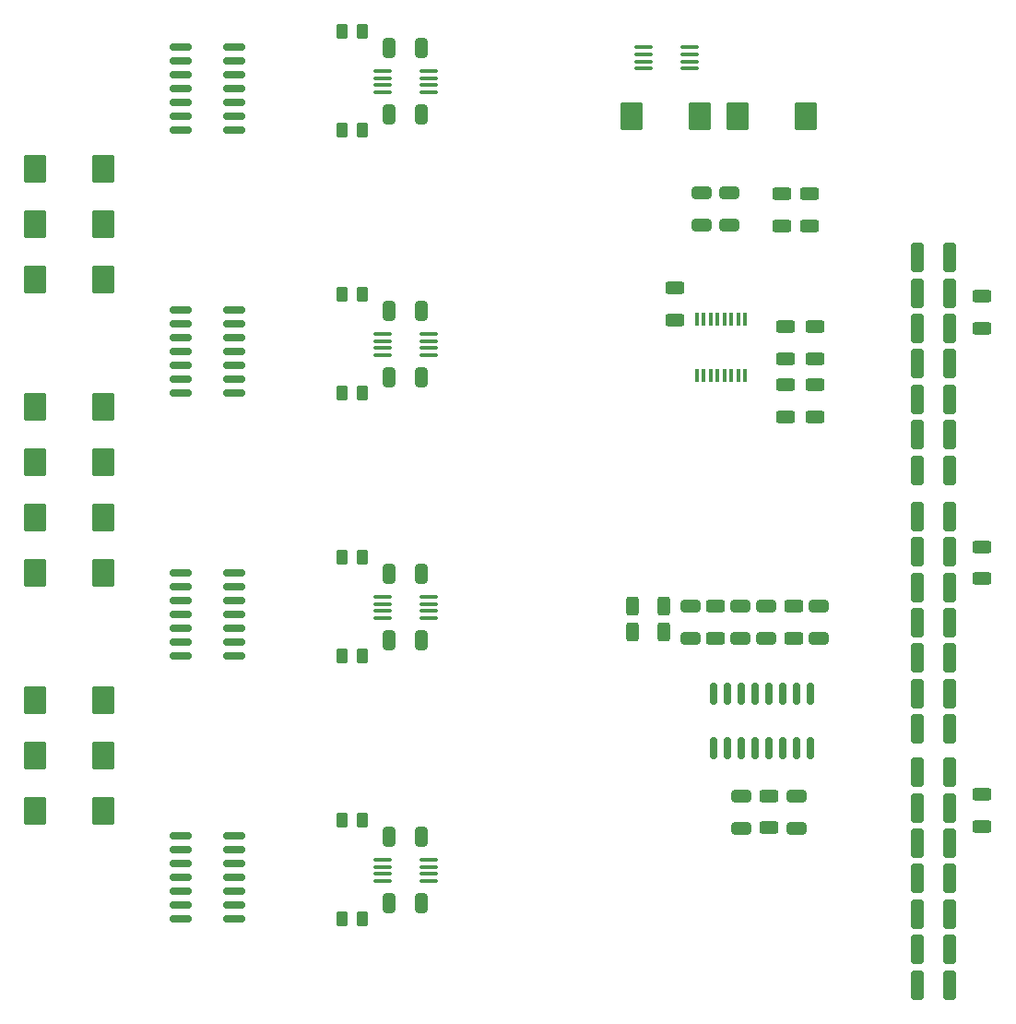
<source format=gbr>
G04 #@! TF.GenerationSoftware,KiCad,Pcbnew,7.0.1*
G04 #@! TF.CreationDate,2023-05-02T10:47:00+02:00*
G04 #@! TF.ProjectId,main,6d61696e-2e6b-4696-9361-645f70636258,rev?*
G04 #@! TF.SameCoordinates,Original*
G04 #@! TF.FileFunction,Paste,Top*
G04 #@! TF.FilePolarity,Positive*
%FSLAX46Y46*%
G04 Gerber Fmt 4.6, Leading zero omitted, Abs format (unit mm)*
G04 Created by KiCad (PCBNEW 7.0.1) date 2023-05-02 10:47:00*
%MOMM*%
%LPD*%
G01*
G04 APERTURE LIST*
G04 Aperture macros list*
%AMRoundRect*
0 Rectangle with rounded corners*
0 $1 Rounding radius*
0 $2 $3 $4 $5 $6 $7 $8 $9 X,Y pos of 4 corners*
0 Add a 4 corners polygon primitive as box body*
4,1,4,$2,$3,$4,$5,$6,$7,$8,$9,$2,$3,0*
0 Add four circle primitives for the rounded corners*
1,1,$1+$1,$2,$3*
1,1,$1+$1,$4,$5*
1,1,$1+$1,$6,$7*
1,1,$1+$1,$8,$9*
0 Add four rect primitives between the rounded corners*
20,1,$1+$1,$2,$3,$4,$5,0*
20,1,$1+$1,$4,$5,$6,$7,0*
20,1,$1+$1,$6,$7,$8,$9,0*
20,1,$1+$1,$8,$9,$2,$3,0*%
G04 Aperture macros list end*
%ADD10RoundRect,0.150000X-0.825000X-0.150000X0.825000X-0.150000X0.825000X0.150000X-0.825000X0.150000X0*%
%ADD11RoundRect,0.250000X-0.787500X-1.025000X0.787500X-1.025000X0.787500X1.025000X-0.787500X1.025000X0*%
%ADD12RoundRect,0.250000X-0.312500X-0.625000X0.312500X-0.625000X0.312500X0.625000X-0.312500X0.625000X0*%
%ADD13RoundRect,0.250000X0.625000X-0.312500X0.625000X0.312500X-0.625000X0.312500X-0.625000X-0.312500X0*%
%ADD14RoundRect,0.250000X-0.650000X0.325000X-0.650000X-0.325000X0.650000X-0.325000X0.650000X0.325000X0*%
%ADD15RoundRect,0.250000X0.325000X0.650000X-0.325000X0.650000X-0.325000X-0.650000X0.325000X-0.650000X0*%
%ADD16RoundRect,0.250000X0.650000X-0.325000X0.650000X0.325000X-0.650000X0.325000X-0.650000X-0.325000X0*%
%ADD17RoundRect,0.250000X0.325000X1.100000X-0.325000X1.100000X-0.325000X-1.100000X0.325000X-1.100000X0*%
%ADD18RoundRect,0.250000X0.262500X0.450000X-0.262500X0.450000X-0.262500X-0.450000X0.262500X-0.450000X0*%
%ADD19RoundRect,0.250000X-0.625000X0.312500X-0.625000X-0.312500X0.625000X-0.312500X0.625000X0.312500X0*%
%ADD20RoundRect,0.250000X0.312500X0.625000X-0.312500X0.625000X-0.312500X-0.625000X0.312500X-0.625000X0*%
%ADD21RoundRect,0.100000X-0.712500X-0.100000X0.712500X-0.100000X0.712500X0.100000X-0.712500X0.100000X0*%
%ADD22RoundRect,0.150000X0.150000X-0.825000X0.150000X0.825000X-0.150000X0.825000X-0.150000X-0.825000X0*%
%ADD23R,0.400000X1.200000*%
G04 APERTURE END LIST*
D10*
X53085000Y-78655000D03*
X53085000Y-79925000D03*
X53085000Y-81195000D03*
X53085000Y-82465000D03*
X53085000Y-83735000D03*
X53085000Y-85005000D03*
X53085000Y-86275000D03*
X58035000Y-86275000D03*
X58035000Y-85005000D03*
X58035000Y-83735000D03*
X58035000Y-82465000D03*
X58035000Y-81195000D03*
X58035000Y-79925000D03*
X58035000Y-78655000D03*
D11*
X94484500Y-60875000D03*
X100709500Y-60875000D03*
X104263500Y-60875000D03*
X110488500Y-60875000D03*
X39747500Y-65701000D03*
X45972500Y-65701000D03*
X39747500Y-70781000D03*
X45972500Y-70781000D03*
X39747500Y-75861000D03*
X45972500Y-75861000D03*
X39747500Y-87545000D03*
X45972500Y-87545000D03*
X39747500Y-92625000D03*
X45972500Y-92625000D03*
X39747500Y-97705000D03*
X45972500Y-97705000D03*
X39747500Y-102785000D03*
X45972500Y-102785000D03*
X39747500Y-114469000D03*
X45972500Y-114469000D03*
X39747500Y-119549000D03*
X45972500Y-119549000D03*
X39747500Y-124629000D03*
X45972500Y-124629000D03*
D12*
X94557500Y-108246000D03*
X97482500Y-108246000D03*
D13*
X102169000Y-108794100D03*
X102169000Y-105869100D03*
D14*
X109662000Y-123255600D03*
X109662000Y-126205600D03*
D10*
X53085000Y-54525000D03*
X53085000Y-55795000D03*
X53085000Y-57065000D03*
X53085000Y-58335000D03*
X53085000Y-59605000D03*
X53085000Y-60875000D03*
X53085000Y-62145000D03*
X58035000Y-62145000D03*
X58035000Y-60875000D03*
X58035000Y-59605000D03*
X58035000Y-58335000D03*
X58035000Y-57065000D03*
X58035000Y-55795000D03*
X58035000Y-54525000D03*
X53085000Y-102785000D03*
X53085000Y-104055000D03*
X53085000Y-105325000D03*
X53085000Y-106595000D03*
X53085000Y-107865000D03*
X53085000Y-109135000D03*
X53085000Y-110405000D03*
X58035000Y-110405000D03*
X58035000Y-109135000D03*
X58035000Y-107865000D03*
X58035000Y-106595000D03*
X58035000Y-105325000D03*
X58035000Y-104055000D03*
X58035000Y-102785000D03*
X53085000Y-126915000D03*
X53085000Y-128185000D03*
X53085000Y-129455000D03*
X53085000Y-130725000D03*
X53085000Y-131995000D03*
X53085000Y-133265000D03*
X53085000Y-134535000D03*
X58035000Y-134535000D03*
X58035000Y-133265000D03*
X58035000Y-131995000D03*
X58035000Y-130725000D03*
X58035000Y-129455000D03*
X58035000Y-128185000D03*
X58035000Y-126915000D03*
D15*
X75172000Y-54652000D03*
X72222000Y-54652000D03*
X75172000Y-60748000D03*
X72222000Y-60748000D03*
D16*
X100899000Y-70883000D03*
X100899000Y-67933000D03*
X99883000Y-108808000D03*
X99883000Y-105858000D03*
X103439000Y-70883000D03*
X103439000Y-67933000D03*
X104455000Y-108808000D03*
X104455000Y-105858000D03*
X111694000Y-108808000D03*
X111694000Y-105858000D03*
X106868000Y-108808000D03*
X106868000Y-105858000D03*
D14*
X104582000Y-123257000D03*
X104582000Y-126207000D03*
D17*
X123670000Y-97608000D03*
X120720000Y-97608000D03*
X123670000Y-100858000D03*
X120720000Y-100858000D03*
X123670000Y-104108000D03*
X120720000Y-104108000D03*
X123695000Y-107358000D03*
X120745000Y-107358000D03*
X123670000Y-110608000D03*
X120720000Y-110608000D03*
X123670000Y-113858000D03*
X120720000Y-113858000D03*
X123670000Y-117108000D03*
X120720000Y-117108000D03*
X123670000Y-73858000D03*
X120720000Y-73858000D03*
X123670000Y-77108000D03*
X120720000Y-77108000D03*
X123670000Y-80358000D03*
X120720000Y-80358000D03*
X123670000Y-83608000D03*
X120720000Y-83608000D03*
X123670000Y-121108000D03*
X120720000Y-121108000D03*
X123670000Y-124358000D03*
X120720000Y-124358000D03*
X123670000Y-127608000D03*
X120720000Y-127608000D03*
X123670000Y-134108000D03*
X120720000Y-134108000D03*
X123670000Y-86858000D03*
X120720000Y-86858000D03*
X123670000Y-90108000D03*
X120720000Y-90108000D03*
X123670000Y-93358000D03*
X120720000Y-93358000D03*
X123670000Y-130858000D03*
X120720000Y-130858000D03*
X123670000Y-140608000D03*
X120720000Y-140608000D03*
X123670000Y-137358000D03*
X120720000Y-137358000D03*
D15*
X75172000Y-78782000D03*
X72222000Y-78782000D03*
X75172000Y-84878000D03*
X72222000Y-84878000D03*
X75172000Y-102912000D03*
X72222000Y-102912000D03*
X75172000Y-109008000D03*
X72222000Y-109008000D03*
X75172000Y-127042000D03*
X72222000Y-127042000D03*
X75172000Y-133138000D03*
X72222000Y-133138000D03*
D18*
X69741500Y-53128000D03*
X67916500Y-53128000D03*
X69741500Y-62145000D03*
X67916500Y-62145000D03*
D13*
X111313000Y-88446500D03*
X111313000Y-85521500D03*
D19*
X108646000Y-85521500D03*
X108646000Y-88446500D03*
X108646000Y-80187500D03*
X108646000Y-83112500D03*
D13*
X111313000Y-83112500D03*
X111313000Y-80187500D03*
D19*
X110805000Y-67995500D03*
X110805000Y-70920500D03*
D20*
X97482500Y-105833000D03*
X94557500Y-105833000D03*
D13*
X108265000Y-70920500D03*
X108265000Y-67995500D03*
D19*
X98486000Y-76631500D03*
X98486000Y-79556500D03*
D13*
X109408000Y-108794100D03*
X109408000Y-105869100D03*
D19*
X107122000Y-123268100D03*
X107122000Y-126193100D03*
X126695000Y-100395500D03*
X126695000Y-103320500D03*
X126695000Y-123145500D03*
X126695000Y-126070500D03*
X126695000Y-77395500D03*
X126695000Y-80320500D03*
D18*
X69741500Y-77258000D03*
X67916500Y-77258000D03*
X69741500Y-86275000D03*
X67916500Y-86275000D03*
X69741500Y-101388000D03*
X67916500Y-101388000D03*
X69741500Y-110405000D03*
X67916500Y-110405000D03*
X69741500Y-125518000D03*
X67916500Y-125518000D03*
X69741500Y-134535000D03*
X67916500Y-134535000D03*
D21*
X71608500Y-56725000D03*
X71608500Y-57375000D03*
X71608500Y-58025000D03*
X71608500Y-58675000D03*
X75833500Y-58675000D03*
X75833500Y-58025000D03*
X75833500Y-57375000D03*
X75833500Y-56725000D03*
X95611500Y-54566000D03*
X95611500Y-55216000D03*
X95611500Y-55866000D03*
X95611500Y-56516000D03*
X99836500Y-56516000D03*
X99836500Y-55866000D03*
X99836500Y-55216000D03*
X99836500Y-54566000D03*
D22*
X102042000Y-118849000D03*
X103312000Y-118849000D03*
X104582000Y-118849000D03*
X105852000Y-118849000D03*
X107122000Y-118849000D03*
X108392000Y-118849000D03*
X109662000Y-118849000D03*
X110932000Y-118849000D03*
X110932000Y-113899000D03*
X109662000Y-113899000D03*
X108392000Y-113899000D03*
X107122000Y-113899000D03*
X105852000Y-113899000D03*
X104582000Y-113899000D03*
X103312000Y-113899000D03*
X102042000Y-113899000D03*
D21*
X71608500Y-80855000D03*
X71608500Y-81505000D03*
X71608500Y-82155000D03*
X71608500Y-82805000D03*
X75833500Y-82805000D03*
X75833500Y-82155000D03*
X75833500Y-81505000D03*
X75833500Y-80855000D03*
X71608500Y-104985000D03*
X71608500Y-105635000D03*
X71608500Y-106285000D03*
X71608500Y-106935000D03*
X75833500Y-106935000D03*
X75833500Y-106285000D03*
X75833500Y-105635000D03*
X75833500Y-104985000D03*
X71608500Y-129115000D03*
X71608500Y-129765000D03*
X71608500Y-130415000D03*
X71608500Y-131065000D03*
X75833500Y-131065000D03*
X75833500Y-130415000D03*
X75833500Y-129765000D03*
X75833500Y-129115000D03*
D23*
X100472500Y-84708000D03*
X101107500Y-84708000D03*
X101742500Y-84708000D03*
X102377500Y-84708000D03*
X103012500Y-84708000D03*
X103647500Y-84708000D03*
X104282500Y-84708000D03*
X104917500Y-84708000D03*
X104917500Y-79508000D03*
X104282500Y-79508000D03*
X103647500Y-79508000D03*
X103012500Y-79508000D03*
X102377500Y-79508000D03*
X101742500Y-79508000D03*
X101107500Y-79508000D03*
X100472500Y-79508000D03*
M02*

</source>
